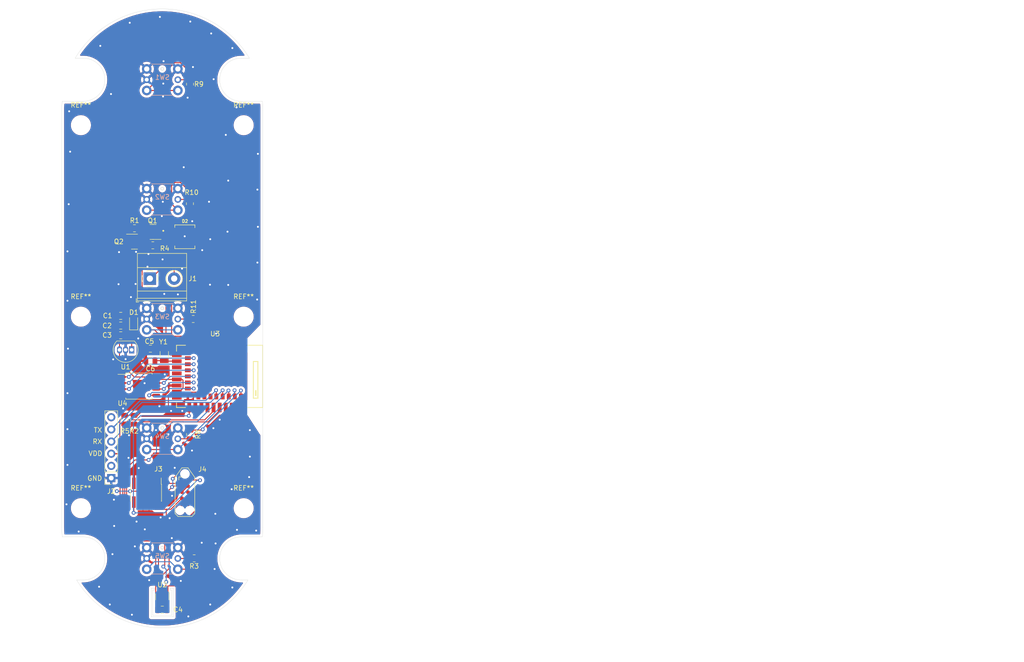
<source format=kicad_pcb>
(kicad_pcb (version 20211014) (generator pcbnew)
  (layers (0 "F.Cu" signal) (31 "B.Cu" signal) (34 "B.Paste" user) (35 "F.Paste" user) (36 "B.SilkS" user "B.Silkscreen") (37 "F.SilkS" user "F.Silkscreen") (38 "B.Mask" user) (39 "F.Mask" user) (44 "Edge.Cuts" user))
  (net 0 "")
  (net 1 "VDD")
  (net 2 "GND")
  (net 3 "Net-(C1-Pad1)")
  (net 4 "/DALI+")
  (net 5 "/D2")
  (net 6 "/D1")
  (net 7 "/DALI_RX")
  (net 8 "Net-(C5-Pad1)")
  (net 9 "Net-(Q1-Pad1)")
  (net 10 "/SCL")
  (net 11 "/SDA")
  (net 12 "/TEMP_ALERT")
  (net 13 "/DALI_TX")
  (net 14 "/SW1")
  (net 15 "/SW2")
  (net 16 "/SW3")
  (net 17 "/SW4")
  (net 18 "/SW5")
  (net 20 "/LED2")
  (net 21 "/LED3")
  (net 22 "/LED5")
  (net 23 "/LED4")
  (net 24 "/LED1")
  (net 25 "Net-(R3-Pad2)")
  (net 26 "Net-(R8-Pad2)")
  (net 27 "Net-(R9-Pad2)")
  (net 28 "Net-(R10-Pad2)")
  (net 29 "Net-(R11-Pad2)")
  (net 30 "Net-(C6-Pad1)")
  (net 32 "/RX")
  (net 33 "/TX")
  (net 35 "/SWDIO")
  (net 36 "/SWDCLK")
  (net 40 "/~{RESET}")
  (net 44 "Net-(Q2-Pad1)")
  (net 45 "/CS")
  (net 46 "/SIO_1")
  (net 47 "/SIO_2")
  (net 48 "/SIO_0")
  (net 49 "/SCLK")
  (net 50 "/SIO_3")
  (footprint "Package_SO:SOP-8_5.28x5.23mm_P1.27mm" (layer "F.Cu") (at 116.1288 98.5012)
    (fp_text reference "U4")
    (fp_text value "MX25R3235FM2xx0")
  )
  (footprint "E73-2G4M08S1C:E73-2G4M08S1C" (layer "F.Cu") (at 131.0447 96.4692 90)
    (fp_text reference "U3")
    (fp_text value "E73-2G4M08S1C")
  )
  (footprint "Capacitor_SMD:C_0805_2012Metric" (layer "F.Cu") (at 112.3188 85.8564 180)
    (fp_text reference "C2")
    (fp_text value "0.1u")
  )
  (footprint "Capacitor_SMD:C_0805_2012Metric" (layer "F.Cu") (at 118.5164 93.218 180)
    (fp_text reference "C6")
    (fp_text value "12pf")
  )
  (footprint "Capacitor_SMD:C_0805_2012Metric" (layer "F.Cu") (at 118.5164 90.678 180)
    (fp_text reference "C5")
    (fp_text value "12pf")
  )
  (footprint "Resistor_SMD:R_0805_2012Metric" (layer "F.Cu") (at 127.4572 84.4804 180)
    (fp_text reference "R11")
    (fp_text value "330")
  )
  (footprint "Connector_PinHeader_1.27mm:PinHeader_2x05_P1.27mm_Vertical_SMD" (layer "F.Cu") (at 117.602 120.777 -90)
    (fp_text reference "J3")
    (fp_text value "Conn_ARM_JTAG_SWD_10")
  )
  (footprint "Resistor_SMD:R_0805_2012Metric" (layer "F.Cu") (at 115.18785 65.532 180)
    (fp_text reference "R1")
    (fp_text value "2.2K")
  )
  (footprint "MountingHole:MountingHole_3.2mm_M3" (layer "F.Cu") (at 104 84)
    (fp_text reference "REF**")
    (fp_text value "MountingHole_3.2mm_M3")
  )
  (footprint "Resistor_SMD:R_0805_2012Metric" (layer "F.Cu") (at 115.1128 105.5116 -90)
    (fp_text reference "R2")
    (fp_text value "10K")
  )
  (footprint "Diode_SMD:D_SOD-323" (layer "F.Cu") (at 115.0112 85.2468 90)
    (fp_text reference "D1")
    (fp_text value "1N4148WS")
  )
  (footprint "Resistor_SMD:R_0805_2012Metric" (layer "F.Cu") (at 127.6585 134.4676 180)
    (fp_text reference "R3")
    (fp_text value "330")
  )
  (footprint "Connector:Tag-Connect_TC2050-IDC-NL_2x05_P1.27mm_Vertical" (layer "F.Cu") (at 125.73 120.65 -90)
    (fp_text reference "J4")
    (fp_text value "Conn_ARM_JTAG_SWD_10")
  )
  (footprint "Resistor_SMD:R_0805_2012Metric" (layer "F.Cu") (at 126.8 108.6 -90)
    (fp_text reference "R8")
    (fp_text value "330")
  )
  (footprint "Resistor_SMD:R_0805_2012Metric" (layer "F.Cu") (at 119.02325 69.0861 180)
    (fp_text reference "R4")
    (fp_text value "120")
  )
  (footprint "TerminalBlock_Phoenix:TerminalBlock_Phoenix_MKDS-1,5-2-5.08_1x02_P5.08mm_Horizontal" (layer "F.Cu") (at 118.4 76.0476)
    (fp_text reference "J1")
    (fp_text value "Screw_Terminal_01x02")
  )
  (footprint "Resistor_SMD:R_0805_2012Metric" (layer "F.Cu") (at 113.1316 105.5116 -90)
    (fp_text reference "R5")
    (fp_text value "10K")
  )
  (footprint "Package_TO_SOT_THT:TO-92_Inline" (layer "F.Cu") (at 114.6048 90.932 180)
    (fp_text reference "U1")
    (fp_text value "LM2936-3.0" hide)
  )
  (footprint "Connector_PinSocket_2.54mm:PinSocket_1x06_P2.54mm_Vertical" (layer "F.Cu") (at 110.3376 117.7036 180)
    (fp_text reference "J2")
    (fp_text value "Conn_01x06_Female")
  )
  (footprint "Sensor_Humidity:Sensirion_DFN-8-1EP_2.5x2.5mm_P0.5mm_EP1.1x1.7mm" (layer "F.Cu") (at 121 142.5 -90)
    (fp_text reference "U2")
    (fp_text value "SHT35-DIS")
  )
  (footprint "Resistor_SMD:R_0805_2012Metric" (layer "F.Cu") (at 126.7714 60.4 90)
    (fp_text reference "R10")
    (fp_text value "330")
  )
  (footprint "Crystal:Crystal_SMD_3215-2Pin_3.2x1.5mm" (layer "F.Cu") (at 121.4164 91.928 90)
    (fp_text reference "Y1")
    (fp_text value "32.768kHz")
  )
  (footprint "Resistor_SMD:R_0805_2012Metric" (layer "F.Cu") (at 126.7968 35.433 90)
    (fp_text reference "R9")
    (fp_text value "330")
  )
  (footprint "MountingHole:MountingHole_3.2mm_M3" (layer "F.Cu") (at 138 84)
    (fp_text reference "REF**")
    (fp_text value "MountingHole_3.2mm_M3")
  )
  (footprint "Package_TO_SOT_SMD:SOT-23" (layer "F.Cu") (at 115.18785 68.326)
    (fp_text reference "Q2")
    (fp_text value "MMBT2222A")
  )
  (footprint "Package_TO_SOT_SMD:SOT-23" (layer "F.Cu") (at 119.07405 66.2921 180)
    (fp_text reference "Q1")
    (fp_text value "MMBT2222A")
  )
  (footprint "Capacitor_SMD:C_0805_2012Metric" (layer "F.Cu") (at 112.3188 83.8244 180)
    (fp_text reference "C1")
    (fp_text value "10u")
  )
  (footprint "Capacitor_SMD:C_0805_2012Metric" (layer "F.Cu") (at 112.3188 87.8884)
    (fp_text reference "C3")
    (fp_text value "10u")
  )
  (footprint "MountingHole:MountingHole_3.2mm_M3" (layer "F.Cu") (at 104 44)
    (fp_text reference "REF**")
    (fp_text value "MountingHole_3.2mm_M3")
  )
  (footprint "imported_modules:SOIC245P670X290-4N" (layer "F.Cu") (at 125.7077 67.31)
    (fp_text reference "D2")
    (fp_text value "D_Bridge_+-AA")
  )
  (footprint "Capacitor_SMD:C_0805_2012Metric" (layer "F.Cu") (at 121 145.2 180)
    (fp_text reference "C4")
    (fp_text value "0.1u")
  )
  (footprint "MountingHole:MountingHole_3.2mm_M3" (layer "F.Cu") (at 104 124)
    (fp_text reference "REF**")
    (fp_text value "MountingHole_3.2mm_M3")
  )
  (footprint "MountingHole:MountingHole_3.2mm_M3" (layer "F.Cu") (at 138 44)
    (fp_text reference "REF**")
    (fp_text value "MountingHole_3.2mm_M3")
  )
  (footprint "MountingHole:MountingHole_3.2mm_M3" (layer "F.Cu") (at 138 124)
    (fp_text reference "REF**")
    (fp_text value "MountingHole_3.2mm_M3")
  )
  (footprint "LocalProject:LED Pushbutton" (layer "B.Cu") (at 121 34.5 180)
    (fp_text reference "SW1")
    (fp_text value "SW_Push_LED")
    (fp_circle (center 0 2.25) (end 0.3 2.25) (layer "Edge.Cuts") (width 0.1) (fill none))
  )
  (footprint "LocalProject:LED Pushbutton" (layer "B.Cu") (at 121 84.5 180)
    (fp_text reference "SW3")
    (fp_text value "SW_Push_LED")
    (fp_circle (center 0 2.25) (end 0.3 2.25) (layer "Edge.Cuts") (width 0.1) (fill none))
  )
  (footprint "LocalProject:LED Pushbutton" (layer "B.Cu") (at 121 134.5 180)
    (fp_text reference "SW5")
    (fp_text value "SW_Push_LED")
    (fp_circle (center 0 2.25) (end 0.3 2.25) (layer "Edge.Cuts") (width 0.1) (fill none))
  )
  (footprint "LocalProject:LED Pushbutton" (layer "B.Cu") (at 121 109.5 180)
    (fp_text reference "SW4")
    (fp_text value "SW_Push_LED")
    (fp_circle (center 0 2.25) (end 0.3 2.25) (layer "Edge.Cuts") (width 0.1) (fill none))
  )
  (footprint "LocalProject:LED Pushbutton" (layer "B.Cu") (at 121 59.5 180)
    (fp_text reference "SW2")
    (fp_text value "SW_Push_LED")
    (fp_circle (center 0 2.25) (end 0.3 2.25) (layer "Edge.Cuts") (width 0.1) (fill none))
  )
  (gr_arc (start 102.8 30) (mid 121 19.702432) (end 139.2 30) (layer "Edge.Cuts") (width 0.05))
  (gr_arc (start 104.5 30) (mid 108.995765 34.5) (end 104.5 39) (layer "Edge.Cuts") (width 0.05))
  (gr_line (start 137.5 39) (end 141.9 39) (layer "Edge.Cuts") (width 0.05))
  (gr_arc (start 104.5 130) (mid 109 134.5) (end 104.5 139) (layer "Edge.Cuts") (width 0.05))
  (gr_arc (start 137.5 39) (mid 132.991985 34.5) (end 137.5 30) (layer "Edge.Cuts") (width 0.05))
  (gr_line (start 119 141.1) (end 119 146.4) (layer "Edge.Cuts") (width 0.05))
  (gr_line (start 137.5 30) (end 139.2 30) (layer "Edge.Cuts") (width 0.05))
  (gr_line (start 100 128) (end 100 41) (layer "Edge.Cuts") (width 0.05))
  (gr_line (start 123 141.1) (end 122.6 141.1) (layer "Edge.Cuts") (width 0.05))
  (gr_line (start 123.3 140.7) (end 123.3 146.7) (layer "Edge.Cuts") (width 0.05))
  (gr_line (start 118.7 146.7) (end 118.7 140.7) (layer "Edge.Cuts") (width 0.05))
  (gr_line (start 119 141.1) (end 119.4 141.1) (layer "Edge.Cuts") (width 0.05))
  (gr_arc (start 137.5 139) (mid 133 134.5) (end 137.5 130) (layer "Edge.Cuts") (width 0.05))
  (gr_line (start 104.5 39) (end 100.1 39) (layer "Edge.Cuts") (width 0.05))
  (gr_arc (start 100 41) (mid 100.01553 39.998276) (end 100.1 39) (layer "Edge.Cuts") (width 0.05))
  (gr_arc (start 142 128) (mid 141.974984 129.001249) (end 141.9 130) (layer "Edge.Cuts") (width 0.05))
  (gr_line (start 142 128) (end 142 41) (layer "Edge.Cuts") (width 0.05))
  (gr_line (start 137.5 130) (end 141.9 130) (layer "Edge.Cuts") (width 0.05))
  (gr_line (start 122.6 140.7) (end 123.3 140.7) (layer "Edge.Cuts") (width 0.05))
  (gr_line (start 123 146.4) (end 123 141.1) (layer "Edge.Cuts") (width 0.05))
  (gr_line (start 103.1 139) (end 104.5 139) (layer "Edge.Cuts") (width 0.05))
  (gr_line (start 119.4 141.1) (end 119.4 140.7) (layer "Edge.Cuts") (width 0.05))
  (gr_line (start 118.7 140.7) (end 119.4 140.7) (layer "Edge.Cuts") (width 0.05))
  (gr_arc (start 141.9 39) (mid 141.97782 39.998609) (end 142 41) (layer "Edge.Cuts") (width 0.05))
  (gr_line (start 122.6 141.1) (end 122.6 140.7) (layer "Edge.Cuts") (width 0.05))
  (gr_line (start 119 146.4) (end 123 146.4) (layer "Edge.Cuts") (width 0.05))
  (gr_arc (start 100.100001 130) (mid 100.027274 129.001136) (end 100 128) (layer "Edge.Cuts") (width 0.05))
  (gr_line (start 100.1 130) (end 104.5 130) (layer "Edge.Cuts") (width 0.05))
  (gr_line (start 137.5 139) (end 138.9 139) (layer "Edge.Cuts") (width 0.05))
  (gr_line (start 123.3 146.7) (end 118.7 146.7) (layer "Edge.Cuts") (width 0.05))
  (gr_arc (start 138.9 139) (mid 121 149.008152) (end 103.1 139) (layer "Edge.Cuts") (width 0.05))
  (gr_line (start 104.5 30) (end 102.8 30) (layer "Edge.Cuts") (width 0.05))
  (gr_text "GND" (at 108.5088 117.7544) (layer "F.SilkS") (effects (font (size 1 1)) (justify right)))
  (gr_text "RX" (at 108.5088 110.0836) (layer "F.SilkS") (effects (font (size 1 1)) (justify right)))
  (gr_text "VDD" (at 108.5596 112.5728) (layer "F.SilkS") (effects (font (size 1 1)) (justify right)))
  (gr_text "TX" (at 108.5088 107.696) (layer "F.SilkS") (effects (font (size 1 1)) (justify right)))
  (segment (start 124.6297 99.6442) (end 125.329211 98.944689) (width 0.2) (layer "F.Cu") (net 1))
  (segment (start 111.506 120.4468) (end 111.52248 120.46328) (width 0.2) (layer "F.Cu") (net 1))
  (segment (start 120.1 144.8) (end 120.1 145.05) (width 0.25) (layer "F.Cu") (net 1))
  (segment (start 115.0112 104.5991) (end 113.1316 104.5991) (width 0.2) (layer "F.Cu") (net 1))
  (segment (start 119.62452 143.04952) (end 120.25 143.675) (width 0.2) (layer "F.Cu") (net 1))
  (segment (start 111.52248 120.46328) (end 112.18288 120.46328) (width 0.2) (layer "F.Cu") (net 1))
  (segment (start 112.13208 112.58928) (end 112.18288 112.64008) (width 0.2) (layer "F.Cu") (net 1))
  (segment (start 113.1316 104.5991) (end 112.13208 105.59862) (width 0.2) (layer "F.Cu") (net 1))
  (segment (start 115.1382 96.5962) (end 119.7288 96.5962) (width 0.2) (layer "F.Cu") (net 1))
  (segment (start 120.943111 103.948489) (end 122.2756 102.616) (width 0.2) (layer "F.Cu") (net 1))
  (segment (start 124.378 118.827) (end 125.095 118.11) (width 0.2) (layer "F.Cu") (net 1))
  (segment (start 120.142 118.827) (end 120.142 119.726022) (width 0.2) (layer "F.Cu") (net 1))
  (segment (start 112.0648 93.5228) (end 115.1382 96.5962) (width 0.2) (layer "F.Cu") (net 1))
  (segment (start 125.1458 97.1042) (end 124.0297 97.1042) (width 0.2) (layer "F.Cu") (net 1))
  (segment (start 112.18288 112.64008) (end 112.18288 120.46328) (width 0.2) (layer "F.Cu") (net 1))
  (segment (start 112.0648 88.5844) (end 112.0648 90.932) (width 0.2) (layer "F.Cu") (net 1))
  (segment (start 120.25 143.575) (end 120.25 144.65) (width 0.25) (layer "F.Cu") (net 1))
  (segment (start 125.329211 98.944689) (end 125.329211 97.287611) (width 0.2) (layer "F.Cu") (net 1))
  (segment (start 120.142 119.726022) (end 119.415237 120.452785) (width 0.2) (layer "F.Cu") (net 1))
  (segment (start 124.0297 97.1042) (end 120.2368 97.1042) (width 0.2) (layer "F.Cu") (net 1))
  (segment (start 112.18288 126.76248) (end 116.27172 130.85132) (width 0.2) (layer "F.Cu") (net 1))
  (segment (start 115.8729 104.5991) (end 115.0112 104.5991) (width 0.2) (layer "F.Cu") (net 1))
  (segment (start 110.3376 112.6236) (end 112.1664 112.6236) (width 0.25) (layer "F.Cu") (net 1))
  (segment (start 112.13208 105.59862) (end 112.13208 112.58928) (width 0.2) (layer "F.Cu") (net 1))
  (segment (start 116.523511 103.948489) (end 115.8729 104.5991) (width 0.2) (layer "F.Cu") (net 1))
  (segment (start 116.27172 130.85132) (end 119.62452 130.85132) (width 0.2) (layer "F.Cu") (net 1))
  (segment (start 111.3688 87.8884) (end 112.0648 88.5844) (width 0.2) (layer "F.Cu") (net 1))
  (segment (start 112.0648 90.932) (end 112.0648 93.5228) (width 0.2) (layer "F.Cu") (net 1))
  (segment (start 119.62452 130.85132) (end 119.62452 143.04952) (width 0.2) (layer "F.Cu") (net 1))
  (segment (start 122.2756 100.7983) (end 123.4297 99.6442) (width 0.2) (layer "F.Cu") (net 1))
  (segment (start 112.1664 112.6236) (end 112.18288 112.64008) (width 0.25) (layer "F.Cu") (net 1))
  (segment (start 120.2368 97.1042) (end 119.7288 96.5962) (width 0.2) (layer "F.Cu") (net 1))
  (segment (start 112.18288 120.46328) (end 112.18288 126.76248) (width 0.2) (layer "F.Cu") (net 1))
  (segment (start 123.4297 99.6442) (end 124.0297 99.6442) (width 0.2) (layer "F.Cu") (net 1))
  (segment (start 120.25 144.65) (end 120.1 144.8) (width 0.25) (layer "F.Cu") (net 1))
  (segment (start 116.523511 103.948489) (end 120.943111 103.948489) (width 0.2) (layer "F.Cu") (net 1))
  (segment (start 122.2756 102.616) (end 122.2756 100.7983) (width 0.2) (layer "F.Cu") (net 1))
  (segment (start 125.329211 97.287611) (end 125.1458 97.1042) (width 0.2) (layer "F.Cu") (net 1))
  (segment (start 120.142 118.827) (end 124.378 118.827) (width 0.2) (layer "F.Cu") (net 1))
  (segment (start 119.415237 120.452785) (end 114.269971 120.452785) (width 0.2) (layer "F.Cu") (net 1))
  (via (at 111.506 120.4468) (size 0.8) (drill 0.4) (layers "F.Cu" "B.Cu") (net 1))
  (via (at 114.269971 120.452785) (size 0.8) (drill 0.4) (layers "F.Cu" "B.Cu") (net 1))
  (segment (start 111.511985 120.452785) (end 111.506 120.4468) (width 0.2) (layer "B.Cu") (net 1))
  (segment (start 114.269971 120.452785) (end 111.511985 120.452785) (width 0.2) (layer "B.Cu") (net 1))
  (segment (start 121.75 143.575) (end 121.75 144.85) (width 0.25) (layer "F.Cu") (net 2))
  (segment (start 121.75 144.85) (end 121.95 145.05) (width 0.25) (layer "F.Cu") (net 2))
  (segment (start 126.839211 99.769689) (end 128.271511 99.769689) (width 0.2) (layer "F.Cu") (net 2))
  (segment (start 122.174511 144.975489) (end 122.174511 140.225489) (width 0.2) (layer "F.Cu") (net 2))
  (segment (start 111.3688 85.9884) (end 113.2688 87.8884) (width 0.2) (layer "F.Cu") (net 2))
  (segment (start 125.095 120.65) (end 126.365 119.38) (width 0.2) (layer "F.Cu") (net 2))
  (segment (start 123.832911 140.225489) (end 124.8664 139.192) (width 0.2) (layer "F.Cu") (net 2))
  (segment (start 126.3297 100.2792) (end 126.839211 99.769689) (width 0.2) (layer "F.Cu") (net 2))
  (segment (start 111.3688 83.8244) (end 111.3688 85.8564) (width 0.2) (layer "F.Cu") (net 2))
  (segment (start 113.2688 87.8884) (end 113.3348 87.9544) (width 0.2) (layer "F.Cu") (net 2))
  (segment (start 124.538225 123.19) (end 122.5296 125.198625) (width 0.2) (layer "F.Cu") (net 2))
  (segment (start 121 142.4) (end 121.25 142.15) (width 0.25) (layer "F.Cu") (net 2))
  (segment (start 113.3348 87.9544) (end 113.3348 90.932) (width 0.2) (layer "F.Cu") (net 2))
  (segment (start 121.95 145.2) (end 122.174511 144.975489) (width 0.2) (layer "F.Cu") (net 2))
  (segment (start 117.5664 93.218) (end 117.5664 90.678) (width 0.2) (layer "F.Cu") (net 2))
  (segment (start 125.095 120.65) (end 123.7996 120.65) (width 0.2) (layer "F.Cu") (net 2))
  (segment (start 121.25 143.675) (end 121.75 143.675) (width 0.25) (layer "F.Cu") (net 2))
  (segment (start 122.5296 125.198625) (end 122.5296 126.0856) (width 0.2) (layer "F.Cu") (net 2))
  (segment (start 121.25 143.575) (end 121.25 142.65) (width 0.25) (layer "F.Cu") (net 2))
  (segment (start 123.7996 120.65) (end 123.0376 121.412) (width 0.2) (layer "F.Cu") (net 2))
  (segment (start 122.174511 140.225489) (end 123.832911 140.225489) (width 0.2) (layer "F.Cu") (net 2))
  (segment (start 111.3688 85.8564) (end 111.3688 85.9884) (width 0.2) (layer "F.Cu") (net 2))
  (segment (start 121.25 142.15) (end 121.25 141.225) (width 0.25) (layer "F.Cu") (net 2))
  (segment (start 128.271511 99.769689) (end 129.6416 98.3996) (width 0.2) (layer "F.Cu") (net 2))
  (segment (start 125.095 123.19) (end 124.538225 123.19) (width 0.2) (layer "F.Cu") (net 2))
  (segment (start 121.25 142.65) (end 121 142.4) (width 0.25) (layer "F.Cu") (net 2))
  (via (at 101.2952 90.678) (size 0.8) (drill 0.4) (layers "F.Cu" "B.Cu") (net 2))
  (via (at 108.0516 27.432) (size 0.8) (drill 0.4) (layers "F.Cu" "B.Cu") (net 2))
  (via (at 124.8664 139.192) (size 0.8) (drill 0.4) (layers "F.Cu" "B.Cu") (net 2))
  (via (at 115.6208 126.7968) (size 0.8) (drill 0.4) (layers "F.Cu" "B.Cu") (net 2))
  (via (at 115.2652 131.9784) (size 0.8) (drill 0.4) (layers "F.Cu" "B.Cu") (net 2))
  (via (at 134.7724 55.5752) (size 0.8) (drill 0.4) (layers "F.Cu" "B.Cu") (net 2))
  (via (at 111.8616 77.216) (size 0.8) (drill 0.4) (layers "F.Cu" "B.Cu") (net 2))
  (via (at 113.9444 113.4872) (size 0.8) (drill 0.4) (layers "F.Cu" "B.Cu") (net 2))
  (via (at 103.5304 128.8796) (size 0.8) (drill 0.4) (layers "F.Cu" "B.Cu") (net 2))
  (via (at 116.078 115.6208) (size 0.8) (drill 0.4) (layers "F.Cu" "B.Cu") (net 2))
  (via (at 134.7724 77.3684) (size 0.8) (drill 0.4) (layers "F.Cu" "B.Cu") (net 2))
  (via (at 127.4064 31.8516) (size 0.8) (drill 0.4) (layers "F.Cu" "B.Cu") (net 2))
  (via (at 110.9472 127.7112) (size 0.8) (drill 0.4) (layers "F.Cu" "B.Cu") (net 2))
  (via (at 101.4476 60.5028) (size 0.8) (drill 0.4) (layers "F.Cu" "B.Cu") (net 2))
  (via (at 121.412 79.248) (size 0.8) (drill 0.4) (layers "F.Cu" "B.Cu") (net 2))
  (via (at 101.1936 114.9604) (size 0.8) (drill 0.4) (layers "F.Cu" "B.Cu") (net 2))
  (via (at 110.2868 37.4904) (size 0.8) (drill 0.4) (layers "F.Cu" "B.Cu") (net 2))
  (via (at 114.6556 146.2532) (size 0.8) (drill 0.4) (layers "F.Cu" "B.Cu") (net 2))
  (via (at 120.396 102.7176) (size 0.8) (drill 0.4) (layers "F.Cu" "B.Cu") (net 2))
  (via (at 121.2088 35.306) (size 0.8) (drill 0.4) (layers "F.Cu" "B.Cu") (net 2))
  (via (at 117.348 128.4224) (size 0.8) (drill 0.4) (layers "F.Cu" "B.Cu") (net 2))
  (via (at 114.046 108.7628) (size 0.8) (drill 0.4) (layers "F.Cu" "B.Cu") (net 2))
  (via (at 101.1936 70.358) (size 0.8) (drill 0.4) (layers "F.Cu" "B.Cu") (net 2))
  (via (at 126.4412 146.6088) (size 0.8) (drill 0.4) (layers "F.Cu" "B.Cu") (net 2))
  (via (at 135.4836 120.0404) (size 0.8) (drill 0.4) (layers "F.Cu" "B.Cu") (net 2))
  (via (at 132.08 125.1712) (size 0.8) (drill 0.4) (layers "F.Cu" "B.Cu") (net 2))
  (via (at 131.9276 136.7028) (size 0.8) (drill 0.4) (layers "F.Cu" "B.Cu") (net 2))
  (via (at 139.2936 107.696) (size 0.8) (drill 0.4) (layers "F.Cu" "B.Cu") (net 2))
  (via (at 120.904 62.992) (size 0.8) (drill 0.4) (layers "F.Cu" "B.Cu") (net 2))
  (via (at 134.2644 46.0248) (size 0.8) (drill 0.4) (layers "F.Cu" "B.Cu") (net 2))
  (via (at 132.9944 105.5116) (size 0.8) (drill 0.4) (layers "F.Cu" "B.Cu") (net 2))
  (via (at 123.0376 121.412) (size 0.8) (drill 0.4) (layers "F.Cu" "B.Cu") (net 2))
  (via (at 101.7524 49.53) (size 0.8) (drill 0.4) (layers "F.Cu" "B.Cu") (net 2))
  (via (at 117.9068 73.5584) (size 0.8) (drill 0.4) (layers "F.Cu" "B.Cu") (net 2))
  (via (at 130.9624 77.3176) (size 0.8) (drill 0.4) (layers "F.Cu" "B.Cu") (net 2))
  (via (at 107.7976 140.4112) (size 0.8) (drill 0.4) (layers "F.Cu" "B.Cu") (net 2))
  (via (at 136.4996 40.2844) (size 0.8) (drill 0.4) (layers "F.Cu" "B.Cu") (net 2))
  (via (at 121.0564 72.0344) (size 0.8) (drill 0.4) (layers "F.Cu" "B.Cu") (net 2))
  (via (at 140.97 65.2272) (size 0.8) (drill 0.4) (layers "F.Cu" "B.Cu") (net 2))
  (via (at 122.9868 130.2512) (size 0.8) (drill 0.4) (layers "F.Cu" "B.Cu") (net 2))
  (via (at 121.5136 96.0628) (size 0.8) (drill 0.4) (layers "F.Cu" "B.Cu") (net 2))
  (via (at 126.2888 38.2524) (size 0.8) (drill 0.4) (layers "F.Cu" "B.Cu") (net 2))
  (via (at 101.1936 80.6704) (size 0.8) (drill 0.4) (layers "F.Cu" "B.Cu") (net 2))
  (via (at 121.2596 30.6324) (size 0.8) (drill 0.4) (layers "F.Cu" "B.Cu") (net 2))
  (via (at 132.1308 131.3688) (size 0.8) (drill 0.4) (layers "F.Cu" "B.Cu") (net 2))
  (via (at 101.1936 99.9744) (size 0.8) (drill 0.4) (layers "F.Cu" "B.Cu") (net 2))
  (via (at 114.1984 22.606) (size 0.8) (drill 0.4) (layers "F.Cu" "B.Cu") (net 2))
  (via (at 120.4976 21.3868) (size 0.8) (drill 0.4) (layers "F.Cu" "B.Cu") (net 2))
  (via (at 101.5492 41.0972) (size 0.8) (drill 0.4) (layers "F.Cu" "B.Cu") (net 2))
  (via (at 125.6792 67.2084) (size 0.8) (drill 0.4) (layers "F.Cu" "B.Cu") (net 2))
  (via (at 123.5964 115.57) (size 0.8) (drill 0.4) (layers "F.Cu" "B.Cu") (net 2))
  (via (at 125.1204 73.9648) (size 0.8) (drill 0.4) (layers "F.Cu" "B.Cu") (net 2))
  (via (at 131.2164 24.8412) (size 0.8) (drill 0.4) (layers "F.Cu" "B.Cu") (net 2))
  (via (at 135.636 140.5636) (size 0.8) (drill 0.4) (layers "F.Cu" "B.Cu") (net 2))
  (via (at 131.0132 144.1196) (size 0.8) (drill 0.4) (layers "F.Cu" "B.Cu") (net 2))
  (via (at 115.9764 88.5444) (size 0.8) (drill 0.4) (layers "F.Cu" "B.Cu") (net 2))
  (via (at 131.7244 34.3916) (size 0.8) (drill 0.4) (layers "F.Cu" "B.Cu") (net 2))
  (via (at 127.254 64.0588) (size 0.8) (drill 0.4) (layers "F.Cu" "B.Cu") (net 2))
  (via (at 101.1936 107.4928) (size 0.8) (drill 0.4) (layers "F.Cu" "B.Cu") (net 2))
  (via (at 129.2352 131.2164) (size 0.8) (drill 0.4) (layers "F.Cu" "B.Cu") (net 2))
  (via (at 126.8476 22.352) (size 0.8) (drill 0.4) (layers "F.Cu" "B.Cu") (net 2))
  (via (at 119.6848 107.696) (size 0.8) (drill 0.4) (layers "F.Cu" "B.Cu") (net 2))
  (via (at 122.2756 108.5596) (size 0.8) (drill 0.4) (layers "F.Cu" "B.Cu") (net 2))
  (via (at 131.6736 107.2896) (size 0.8) (drill 0.4) (layers "F.Cu" "B.Cu") (net 2))
  (via (at 139.2936 113.2332) (size 0.8) (drill 0.4) (layers "F.Cu" "B.Cu") (net 2))
  (via (at 110.744 92.9132) (size 0.8) (drill 0.4) (layers "F.Cu" "B.Cu") (net 2))
  (via (at 132.2324 87.5284) (size 0.8) (drill 0.4) (layers "F.Cu" "B.Cu") (net 2))
  (via (at 118.11 70.9168) (size 0.8) (drill 0.4) (layers "F.Cu" "B.Cu") (net 2))
  (via (at 110.0328 144.1196) (size 0.8) (drill 0.4) (layers "F.Cu" "B.Cu") (net 2))
  (via (at 139.1412 117.5004) (size 0.8) (drill 0.4) (layers "F.Cu" "B.Cu") (net 2))
  (via (at 112.8268 103.1748) (size 0.8) (drill 0.4) (layers "F.Cu" "B.Cu") (net 2))
  (via (at 100.9904 123.19) (size 0.8) (drill 0.4) (layers "F.Cu" "B.Cu") (net 2))
  (via (at 140.8176 80.4164) (size 0.8) (drill 0.4) (layers "F.Cu" "B.Cu") (net 2))
  (via (at 117.2972 97.8916) (size 0.8) (drill 0.4) (layers "F.Cu" "B.Cu") (net 2))
  (via (at 114.4524 79.9084) (size 0.8) (drill 0.4) (layers "F.Cu" "B.Cu") (net 2))
  (via (at 140.8684 72.6948) (size 0.8) (drill 0.4) (layers "F.Cu" "B.Cu") (net 2))
  (via (at 121.1072 59.9948) (size 0.8) (drill 0.4) (layers "F.Cu" "B.Cu") (net 2))
  (via (at 129.3368 70.104) (size 0.8) (drill 0.4) (layers "F.Cu" "B.Cu") (net 2))
  (via (at 134.62 66.2432) (size 0.8) (drill 0.4) (layers "F.Cu" "B.Cu") (net 2))
  (via (at 130.7592 59.9948) (size 0.8) (drill 0.4) (layers "F.Cu" "B.Cu") (net 2))
  (via (at 115.4176 77.1652) (size 0.8) (drill 0.4) (layers "F.Cu" "B.Cu") (net 2))
  (via (at 110.5916 133.604) (size 0.8) (drill 0.4) (layers "F.Cu" "B.Cu") (net 2))
  (via (at 120.65 125.9332) (size 0.8) (drill 0.4) (layers "F.Cu" "B.Cu") (net 2))
  (via (at 110.8964 122.2248) (size 0.8) (drill 0.4) (layers "F.Cu" "B.Cu") (net 2))
  (via (at 122.5296 126.0856) (size 0.8) (drill 0.4) (layers "F.Cu" "B.Cu") (net 2))
  (via (at 111.9632 70.5104) (size 0.8) (drill 0.4) (layers "F.Cu" "B.Cu") (net 2))
  (via (at 140.8684 57.4548) (size 0.8) (drill 0.4) (layers "F.Cu" "B.Cu") (net 2))
  (via (at 125.476 52.7812) (size 0.8) (drill 0.4) (layers "F.Cu" "B.Cu") (net 2))
  (via (at 125.1712 103.6828) (size 0.8) (drill 0.4) (layers "F.Cu" "B.Cu") (net 2))
  (via (at 124.2568 79.3496) (size 0.8) (drill 0.4) (layers "F.Cu" "B.Cu") (net 2))
  (via (at 118.2624 139.0396) (size 0.8) (drill 0.4) (layers "F.Cu" "B.Cu") (net 2))
  (via (at 113.3348 92.8624) (size 0.8) (drill 0.4) (layers "F.Cu" "B.Cu") (net 2))
  (via (at 127.2032 111.9632) (size 0.8) (drill 0.4) (layers "F.Cu" "B.Cu") (net 2))
  (via (at 135.636 27.8892) (size 0.8) (drill 0.4) (layers "F.Cu" "B.Cu") (net 2))
  (via (at 121.158 37.9984) (size 0.8) (drill 0.4) (layers "F.Cu" "B.Cu") (net 2))
  (via (at 115.5192 70.4596) (size 0.8) (drill 0.4) (layers "F.Cu" "B.Cu") (net 2))
  (via (at 140.6144 128.6764) (size 0.8) (drill 0.4) (layers "F.Cu" "B.Cu") (net 2))
  (via (at 122.8344 103.6828) (size 0.8) (drill 0.4) (layers "F.Cu" "B.Cu") (net 2))
  (via (at 131.0132 67.818) (size 0.8) (drill 0.4) (layers "F.Cu" "B.Cu") (net 2))
  (via (at 140.97 49.9872) (size 0.8) (drill 0.4) (layers "F.Cu" "B.Cu") (net 2))
  (via (at 136.6012 128.524) (size 0.8) (drill 0.4) (layers "F.Cu" "B.Cu") (net 2))
  (segment (start 114.6048 86.7032) (end 115.0112 86.2968) (width 0.2) (layer "F.Cu") (net 3))
  (segment (start 113.7092 86.2968) (end 113.2688 85.8564) (width 0.2) (layer "F.Cu") (net 3))
  (segment (start 114.6048 90.932) (end 114.6048 86.7032) (width 0.2) (layer "F.Cu") (net 3))
  (segment (start 113.2688 85.8564) (end 113.2688 83.8244) (width 0.2) (layer "F.Cu") (net 3))
  (segment (start 115.0112 86.2968) (end 113.7092 86.2968) (width 0.2) (layer "F.Cu") (net 3))
  (segment (start 113.21333 82.266792) (end 115.0112 84.064662) (width 0.2) (layer "F.Cu") (net 4))
  (segment (start 113.21333 64.99307) (end 113.21333 82.266792) (width 0.2) (layer "F.Cu") (net 4))
  (segment (start 117.37645 65.532) (end 118.13655 66.2921) (width 0.2) (layer "F.Cu") (net 4))
  (segment (start 116.37693 64.53248) (end 113.67392 64.53248) (width 0.2) (layer "F.Cu") (net 4))
  (segment (start 113.67392 64.53248) (end 113.21333 64.99307) (width 0.2) (layer "F.Cu") (net 4))
  (segment (start 118.13655 66.2921) (end 116.37693 64.53248) (width 0.2) (layer "F.Cu") (net 4))
  (segment (start 115.0112 84.064662) (end 115.0112 84.1968) (width 0.2) (layer "F.Cu") (net 4))
  (segment (start 118.34365 66.085) (end 118.13655 66.2921) (width 0.2) (layer "F.Cu") (net 4))
  (segment (start 116.10035 65.532) (end 117.37645 65.532) (width 0.2) (layer "F.Cu") (net 4))
  (segment (start 122.8077 66.085) (end 118.34365 66.085) (width 0.2) (layer "F.Cu") (net 4))
  (segment (start 118.6451 76.0476) (end 128.6077 66.085) (width 0.2) (layer "F.Cu") (net 5))
  (segment (start 118.4 76.0476) (end 118.6451 76.0476) (width 0.2) (layer "F.Cu") (net 5))
  (segment (start 123.48 73.6627) (end 128.6077 68.535) (width 0.2) (layer "F.Cu") (net 6))
  (segment (start 123.48 76.0476) (end 123.48 73.6627) (width 0.2) (layer "F.Cu") (net 6))
  (segment (start 114.25035 69.276) (end 114.25035 77.77595) (width 0.2) (layer "F.Cu") (net 7))
  (segment (start 114.25035 77.77595) (end 116.9416 80.4672) (width 0.2) (layer "F.Cu") (net 7))
  (segment (start 121.92 88.4936) (end 127.0241 88.4936) (width 0.2) (layer "F.Cu") (net 7))
  (segment (start 121.7676 80.4672) (end 121.7676 88.3412) (width 0.2) (layer "F.Cu") (net 7))
  (segment (start 121.7676 88.3412) (end 121.92 88.4936) (width 0.2) (layer "F.Cu") (net 7))
  (segment (start 127.8997 89.3692) (end 127.8997 89.9692) (width 0.2) (layer "F.Cu") (net 7))
  (segment (start 116.9416 80.4672) (end 121.7676 80.4672) (width 0.2) (layer "F.Cu") (net 7))
  (segment (start 127.0241 88.4936) (end 127.8997 89.3692) (width 0.2) (layer "F.Cu") (net 7))
  (segment (start 119.4664 90.678) (end 121.4164 90.678) (width 0.2) (layer "F.Cu") (net 8))
  (segment (start 122.7626 92.0242) (end 121.4164 90.678) (width 0.2) (layer "F.Cu") (net 8))
  (segment (start 124.0297 92.0242) (end 122.7626 92.0242) (width 0.2) (layer "F.Cu") (net 8))
  (segment (start 120.01155 67.2421) (end 120.01155 69.0103) (width 0.2) (layer "F.Cu") (net 9))
  (segment (start 120.01155 69.0103) (end 119.93575 69.0861) (width 0.2) (layer "F.Cu") (net 9))
  (segment (start 131.7097 102.9692) (end 131.7097 103.698222) (width 0.2) (layer "F.Cu") (net 10))
  (segment (start 112.753703 106.801997) (end 112.753703 126.768297) (width 0.2) (layer "F.Cu") (net 10))
  (segment (start 131.7097 103.698222) (end 129.856952 105.55097) (width 0.2) (layer "F.Cu") (net 10))
  (segment (start 129.856952 105.55097) (end 114.00473 105.55097) (width 0.2) (layer "F.Cu") (net 10))
  (segment (start 113.1316 106.4241) (end 112.753703 106.801997) (width 0.2) (layer "F.Cu") (net 10))
  (segment (start 120.2 139.794994) (end 120.25 139.844994) (width 0.2) (layer "F.Cu") (net 10))
  (segment (start 119.790006 130.4518) (end 120.2 130.861794) (width 0.2) (layer "F.Cu") (net 10))
  (segment (start 120.25 139.844994) (end 120.25 141.325) (width 0.2) (layer "F.Cu") (net 10))
  (segment (start 120.2 130.861794) (end 120.2 139.794994) (width 0.2) (layer "F.Cu") (net 10))
  (segment (start 114.00473 105.55097) (end 113.1316 106.4241) (width 0.2) (layer "F.Cu") (net 10))
  (segment (start 112.753703 126.768297) (end 116.437206 130.4518) (width 0.2) (layer "F.Cu") (net 10))
  (segment (start 116.437206 130.4518) (end 119.790006 130.4518) (width 0.2) (layer "F.Cu") (net 10))
  (segment (start 113.153223 126.602811) (end 113.153223 108.282077) (width 0.2) (layer "F.Cu") (net 11))
  (segment (start 125.356089 105.950489) (end 116.959911 105.950489) (width 0.2) (layer "F.Cu") (net 11))
  (segment (start 125.3744 105.9688) (end 125.356089 105.950489) (width 0.2) (layer "F.Cu") (net 11))
  (segment (start 116.4863 106.4241) (end 116.959911 105.950489) (width 0.2) (layer "F.Cu") (net 11))
  (segment (start 116.602692 130.05228) (end 113.153223 126.602811) (width 0.2) (layer "F.Cu") (net 11))
  (segment (start 121.2088 136.1948) (end 121.513908 135.889692) (width 0.2) (layer "F.Cu") (net 11))
  (segment (start 130.5801 105.9688) (end 132.60005 103.94885) (width 0.2) (layer "F.Cu") (net 11))
  (segment (start 121.75 141.325) (end 121.75 139.4636) (width 0.2) (layer "F.Cu") (net 11))
  (segment (start 115.0112 106.4241) (end 116.4863 106.4241) (width 0.2) (layer "F.Cu") (net 11))
  (segment (start 120.066304 130.05228) (end 116.602692 130.05228) (width 0.2) (layer "F.Cu") (net 11))
  (segment (start 125.3744 105.9688) (end 130.5801 105.9688) (width 0.2) (layer "F.Cu") (net 11))
  (segment (start 121.513908 135.889692) (end 121.513908 131.499885) (width 0.2) (layer "F.Cu") (net 11))
  (segment (start 113.153223 108.282077) (end 115.0112 106.4241) (width 0.2) (layer "F.Cu") (net 11))
  (segment (start 121.513908 131.499885) (end 120.066304 130.05228) (width 0.2) (layer "F.Cu") (net 11))
  (via (at 121.8184 139.3952) (size 0.8) (drill 0.4) (layers "F.Cu" "B.Cu") (net 11))
  (via (at 121.2088 136.1948) (size 0.8) (drill 0.4) (layers "F.Cu" "B.Cu") (net 11))
  (segment (start 121.8184 136.8044) (end 121.8184 139.3952) (width 0.2) (layer "B.Cu") (net 11))
  (segment (start 121.2088 136.1948) (end 121.8184 136.8044) (width 0.2) (layer "B.Cu") (net 11))
  (segment (start 113.552743 126.437325) (end 116.768178 129.65276) (width 0.2) (layer "F.Cu") (net 12))
  (segment (start 120.75 138.276) (end 120.75 139.673) (width 0.2) (layer "F.Cu") (net 12))
  (segment (start 118.1354 113.919) (end 115.2906 113.919) (width 0.2) (layer "F.Cu") (net 12))
  (segment (start 113.552743 115.656857) (end 113.552743 126.437325) (width 0.2) (layer "F.Cu") (net 12))
  (segment (start 120.75 141.325) (end 120.75 139.15) (width 0.2) (layer "F.Cu") (net 12))
  (segment (start 122.428 131.84897) (end 122.428 136.598) (width 0.2) (layer "F.Cu") (net 12))
  (segment (start 120.231791 129.652761) (end 122.428 131.84897) (width 0.2) (layer "F.Cu") (net 12))
  (segment (start 122.428 136.598) (end 120.75 138.276) (width 0.2) (layer "F.Cu") (net 12))
  (segment (start 115.2906 113.919) (end 113.552743 115.656857) (width 0.2) (layer "F.Cu") (net 12))
  (segment (start 134.8847 99.4771) (end 134.8232 99.4156) (width 0.2) (layer "F.Cu") (net 12))
  (segment (start 134.8847 100.6692) (end 134.8847 99.4771) (width 0.2) (layer "F.Cu") (net 12))
  (segment (start 116.768178 129.65276) (end 120.231791 129.652761) (width 0.2) (layer "F.Cu") (net 12))
  (via (at 134.8232 99.4156) (size 0.8) (drill 0.4) (layers "F.Cu" "B.Cu") (net 12))
  (via (at 118.1354 113.919) (size 0.8) (drill 0.4) (layers "F.Cu" "B.Cu") (net 12))
  (segment (start 119.7864 112.268) (end 119.7864 109.3724) (width 0.2) (layer "B.Cu") (net 12))
  (segment (start 128.288311 105.950489) (end 134.8232 99.4156) (width 0.2) (layer "B.Cu") (net 12))
  (segment (start 119.7864 109.3724) (end 123.208311 105.950489) (width 0.2) (layer "B.Cu") (net 12))
  (segment (start 118.1354 113.919) (end 119.7864 112.268) (width 0.2) (layer "B.Cu") (net 12))
  (segment (start 123.208311 105.950489) (end 128.288311 105.950489) (width 0.2) (layer "B.Cu") (net 12))
  (segment (start 123.3932 88.0872) (end 122.950489 87.644489) (width 0.2) (layer "F.Cu") (net 13))
  (segment (start 116.800489 77.799849) (end 116.800489 70.396361) (width 0.2) (layer "F.Cu") (net 13))
  (segment (start 129.1697 89.3692) (end 127.8877 88.0872) (width 0.2) (layer "F.Cu") (net 13))
  (segment (start 127.8877 88.0872) (end 123.3932 88.0872) (width 0.2) (layer "F.Cu") (net 13))
  (segment (start 122.38408 78.13728) (end 122.950489 78.703689) (width 0.2) (layer "F.Cu") (net 13))
  (segment (start 122.950489 87.644489) (end 122.950489 78.703689) (width 0.2) (layer "F.Cu") (net 13))
  (segment (start 117.13792 78.13728) (end 116.800489 77.799849) (width 0.2) (layer "F.Cu") (net 13))
  (segment (start 117.13792 78.13728) (end 122.38408 78.13728) (width 0.2) (layer "F.Cu") (net 13))
  (segment (start 116.800489 70.396361) (end 118.11075 69.0861) (width 0.2) (layer "F.Cu") (net 13))
  (segment (start 129.1697 89.9692) (end 129.1697 89.3692) (width 0.2) (layer "F.Cu") (net 13))
  (segment (start 124.788276 30.950489) (end 123.549511 30.950489) (width 0.2) (layer "F.Cu") (net 14))
  (segment (start 133.541171 84.823971) (end 133.541171 56.146029) (width 0.2) (layer "F.Cu") (net 14))
  (segment (start 123.549511 30.950489) (end 117.75 36.75) (width 0.2) (layer "F.Cu") (net 14))
  (segment (start 138.0597 89.9692) (end 138.0597 89.3425) (width 0.2) (layer "F.Cu") (net 14))
  (segment (start 128.620169 51.225028) (end 128.620169 34.854231) (width 0.2) (layer "F.Cu") (net 14))
  (segment (start 128.620169 34.854231) (end 126.080169 32.314231) (width 0.2) (layer "F.Cu") (net 14))
  (segment (start 117.75 36.75) (end 124.25 36.75) (width 0.2) (layer "F.Cu") (net 14))
  (segment (start 126.080169 32.242382) (end 124.788276 30.950489) (width 0.2) (layer "F.Cu") (net 14))
  (segment (start 126.080169 32.314231) (end 126.015938 32.25) (width 0.2) (layer "F.Cu") (net 14))
  (segment (start 133.541171 56.146029) (end 128.620169 51.225028) (width 0.2) (layer "F.Cu") (net 14))
  (segment (start 126.080169 32.314231) (end 126.080169 32.242382) (width 0.2) (layer "F.Cu") (net 14))
  (segment (start 138.0597 89.3425) (end 133.541171 84.823971) (width 0.2) (layer "F.Cu") (net 14))
  (segment (start 122.950489 60.450489) (end 122.950489 56.627511) (width 0.2) (layer "F.Cu") (net 15))
  (segment (start 126.023538 57.185751) (end 126.023538 57.25) (width 0.2) (layer "F.Cu") (net 15))
  (segment (start 124.25 61.75) (end 122.950489 60.450489) (width 0.2) (layer "F.Cu") (net 15))
  (segment (start 123.627511 55.950489) (end 124.788276 55.950489) (width 0.2) (layer "F.Cu") (net 15))
  (segment (start 124.25 61.75) (end 117.75 61.75) (width 0.2) (layer "F.Cu") (net 15))
  (segment (start 132.67157 85.552364) (end 135.5197 88.400494) (width 0.2) (layer "F.Cu") (net 15))
  (segment (start 135.5197 88.400494) (end 135.5197 89.9692) (width 0.2) (layer "F.Cu") (net 15))
  (segment (start 126.023538 57.25) (end 132.67157 63.898032) (width 0.2) (layer "F.Cu") (net 15))
  (segment (start 132.67157 63.898032) (end 132.67157 85.552364) (width 0.2) (layer "F.Cu") (net 15))
  (segment (start 122.950489 56.627511) (end 123.627511 55.950489) (width 0.2) (layer "F.Cu") (net 15))
  (segment (start 124.788276 55.950489) (end 126.023538 57.185751) (width 0.2) (layer "F.Cu") (net 15))
  (segment (start 131.7097 89.9692) (end 131.7097 90.5692) (width 0.2) (layer "F.Cu") (net 16))
  (segment (start 123.9012 91.2876) (end 119.3636 86.75) (width 0.2) (layer "F.Cu") (net 16))
  (segment (start 130.9913 91.2876) (end 123.9012 91.2876) (width 0.2) (layer "F.Cu") (net 16))
  (segment (start 131.7097 90.5692) (end 130.9913 91.2876) (width 0.2) (layer "F.Cu") (net 16))
  (segment (start 119.3636 86.75) (end 117.75 86.75) (width 0.2) (layer "F.Cu") (net 16))
  (segment (start 117.75 86.75) (end 124.25 86.75) (width 0.2) (layer "B.Cu") (net 16))
  (segment (start 136.1547 100.6692) (end 136.1547 99.4263) (width 0.2) (layer "F.Cu") (net 17))
  (segment (start 136.1547 99.4263) (end 136.0932 99.3648) (width 0.2) (layer "F.Cu") (net 17))
  (segment (start 117.75 111.75) (end 124.25 111.75) (width 0.2) (layer "F.Cu") (net 17))
  (via (at 136.0932 99.3648) (size 0.8) (drill 0.4) (layers "F.Cu" "B.Cu") (net 17))
  (segment (start 136.0932 99.3648) (end 136.0932 99.9068) (width 0.2) (layer "B.Cu") (net 17))
  (segment (start 136.0932 99.9068) (end 124.25 111.75) (width 0.2) (layer "B.Cu") (net 17))
  (segment (start 127.55802 135.145218) (end 127.55802 125.407744) (width 0.2) (layer "F.Cu") (net 18))
  (segment (start 125.953238 136.75) (end 127.55802 135.145218) (width 0.2) (layer "F.Cu") (net 18))
  (segment (start 127.55802 125.407744) (end 136.7897 116.176064) (width 0.2) (layer "F.Cu") (net 18))
  (segment (start 136.7897 116.176064) (end 136.7897 102.9692) (width 0.2) (layer "F.Cu") (net 18))
  (segment (start 124.25 136.75) (end 125.953238 136.75) (width 0.2) (layer "F.Cu") (net 18))
  (segment (start 119.3212 135.1788) (end 122.6788 135.1788) (width 0.2) (layer "B.Cu") (net 18))
  (segment (start 117.75 136.75) (end 119.3212 135.1788) (width 0.2) (layer "B.Cu") (net 18))
  (segment (start 122.6788 135.1788) (end 124.25 136.75) (width 0.2) (layer "B.Cu") (net 18))
  (segment (start 134.2497 87.6955) (end 134.2497 89.9692) (width 0.2) (layer "F.Cu") (net 20))
  (segment (start 132.27205 66.81315) (end 132.27205 85.71785) (width 0.2) (layer "F.Cu") (net 20))
  (segment (start 126.7714 61.3125) (end 132.27205 66.81315) (width 0.2) (layer "F.Cu") (net 20))
  (segment (start 132.27205 85.71785) (end 134.2497 87.6955) (width 0.2) (layer "F.Cu") (net 20))
  (segment (start 128.3697 84.4804) (end 130.4397 86.5504) (width 0.2) (layer "F.Cu") (net 21))
  (segment (start 130.4397 86.5504) (end 130.4397 89.9692) (width 0.2) (layer "F.Cu") (net 21))
  (segment (start 128.571 134.4676) (end 127.95754 133.85414) (width 0.2) (layer "F.Cu") (net 22))
  (segment (start 127.95754 133.85414) (end 127.95754 125.78846) (width 0.2) (layer "F.Cu") (net 22))
  (segment (start 127.95754 125.78846) (end 138.0597 115.6863) (width 0.2) (layer "F.Cu") (net 22))
  (segment (start 138.0597 115.6863) (end 138.0597 102.9692) (width 0.2) (layer "F.Cu") (net 22))
  (segment (start 137.4247 99.4263) (end 137.414 99.4156) (width 0.2) (layer "F.Cu") (net 23))
  (segment (start 129.301744 107.6875) (end 129.442022 107.547222) (width 0.2) (layer "F.Cu") (net 23))
  (segment (start 137.4247 100.6692) (end 137.4247 99.4263) (width 0.2) (layer "F.Cu") (net 23))
  (segment (start 126.8 107.6875) (end 129.301744 107.6875) (width 0.2) (layer "F.Cu") (net 23))
  (via (at 137.414 99.4156) (size 0.8) (drill 0.4) (layers "F.Cu" "B.Cu") (net 23))
  (via (at 129.442022 107.547222) (size 0.8) (drill 0.4) (layers "F.Cu" "B.Cu") (net 23))
  (segment (start 129.442022 107.387578) (end 129.442022 107.547222) (width 0.2) (layer "B.Cu") (net 23))
  (segment (start 137.414 99.4156) (end 129.442022 107.387578) (width 0.2) (layer "B.Cu") (net 23))
  (segment (start 126.9492 53.4924) (end 133.07109 59.61429) (width 0.2) (layer "F.Cu") (net 24))
  (segment (start 126.988311 47.966889) (end 126.9492 48.006) (width 0.2) (layer "F.Cu") (net 24))
  (segment (start 133.07109 85.386878) (end 136.7897 89.105488) (width 0.2) (layer "F.Cu") (net 24))
  (segment (start 126.988311 36.537011) (end 126.988311 47.966889) (width 0.2) (layer "F.Cu") (net 24))
  (segment (start 133.07109 59.61429) (end 133.07109 85.386878) (width 0.2) (layer "F.Cu") (net 24))
  (segment (start 126.9492 48.006) (end 126.9492 53.4924) (width 0.2) (layer "F.Cu") (net 24))
  (segment (start 126.7968 36.3455) (end 126.988311 36.537011) (width 0.2) (layer "F.Cu") (net 24))
  (segment (start 136.7897 89.105488) (end 136.7897 89.9692) (width 0.2) (layer "F.Cu") (net 24))
  (segment (start 126.7875 134.5) (end 124.25 134.5) (width 0.2) (layer "F.Cu") (net 25))
  (segment (start 124.25 109.5) (end 126.7875 109.5) (width 0.2) (layer "F.Cu") (net 26))
  (segment (start 126.7875 109.5) (end 126.8 109.5125) (width 0.2) (layer "F.Cu") (net 26))
  (segment (start 124.25 34.5) (end 126.7763 34.5) (width 0.2) (layer "F.Cu") (net 27))
  (segment (start 126.7763 34.5) (end 126.7968 34.5205) (width 0.2) (layer "F.Cu") (net 27))
  (segment (start 126.7589 59.5) (end 126.7714 59.4875) (width 0.2) (layer "F.Cu") (net 28))
  (segment (start 124.25 59.5) (end 126.7589 59.5) (width 0.2) (layer "F.Cu") (net 28))
  (segment (start 126.5251 84.5) (end 126.5447 84.4804) (width 0.2) (layer "F.Cu") (net 29))
  (segment (start 124.25 84.5) (end 126.5251 84.5) (width 0.2) (layer "F.Cu") (net 29))
  (segment (start 121.5326 93.2942) (end 121.4164 93.178) (width 0.2) (layer "F.Cu") (net 30))
  (segment (start 124.0297 93.2942) (end 121.5326 93.2942) (width 0.2) (layer "F.Cu") (net 30))
  (segment (start 121.4164 93.178) (end 119.5064 93.178) (width 0.2) (layer "F.Cu") (net 30))
  (segment (start 119.5064 93.178) (end 119.4664 93.218) (width 0.2) (layer "F.Cu") (net 30))
  (segment (start 133.6147 99.3755) (end 133.604 99.3648) (width 0.2) (layer "F.Cu") (net 32))
  (segment (start 133.6147 100.6692) (end 133.6147 99.3755) (width 0.2) (layer "F.Cu") (net 32))
  (via (at 133.604 99.3648) (size 0.8) (drill 0.4) (layers "F.Cu" "B.Cu") (net 32))
  (segment (start 133.604 99.3648) (end 131.064161 101.904639) (width 0.2) (layer "B.Cu") (net 32))
  (segment (start 131.064161 101.904639) (end 116.73856 101.90464) (width 0.2) (layer "B.Cu") (net 32))
  (segment (start 112.0648 108.3564) (end 110.3376 110.0836) (width 0.2) (layer "B.Cu") (net 32))
  (segment (start 116.73856 101.90464) (end 112.0648 106.5784) (width 0.2) (layer "B.Cu") (net 32))
  (segment (start 112.0648 106.5784) (end 112.0648 108.3564) (width 0.2) (layer "B.Cu") (net 32))
  (segment (start 132.2847 99.4171) (end 132.2324 99.3648) (width 0.2) (layer "F.Cu") (net 33))
  (segment (start 132.2847 100.6692) (end 132.2847 99.4171) (width 0.2) (layer "F.Cu") (net 33))
  (via (at 132.2324 99.3648) (size 0.8) (drill 0.4) (layers "F.Cu" "B.Cu") (net 33))
  (segment (start 130.09208 101.50512) (end 116.37608 101.50512) (width 0.2) (layer "B.Cu") (net 33))
  (segment (start 132.2324 99.3648) (end 130.09208 101.50512) (width 0.2) (layer "B.Cu") (net 33))
  (segment (start 116.37608 101.50512) (end 110.3376 107.5436) (width 0.25) (layer "B.Cu") (net 33))
  (segment (start 123.2408 119.38) (end 125.095 119.38) (width 0.2) (layer "F.Cu") (net 35))
  (segment (start 123.0376 119.5832) (end 123.2408 119.38) (width 0.2) (layer "F.Cu") (net 35))
  (segment (start 134.2497 102.9692) (end 134.2497 106.7963) (width 0.2) (layer "F.Cu") (net 35))
  (segment (start 120.142 122.727) (end 120.142 122.4788) (width 0.2) (layer "F.Cu") (net 35))
  (segment (start 120.142 122.4788) (end 123.0376 119.5832) (width 0.2) (layer "F.Cu") (net 35))
  (segment (start 134.2497 106.7963) (end 123.19 117.856) (width 0.2) (layer "F.Cu") (net 35))
  (via (at 123.19 117.856) (size 0.8) (drill 0.4) (layers "F.Cu" "B.Cu") (net 35))
  (via (at 123.0376 119.5832) (size 0.8) (drill 0.4) (layers "F.Cu" "B.Cu") (net 35))
  (segment (start 123.19 119.4308) (end 123.0376 119.5832) (width 0.2) (layer "B.Cu") (net 35))
  (segment (start 123.19 117.856) (end 123.19 119.4308) (width 0.2) (layer "B.Cu") (net 35))
  (segment (start 135.5197 116.881058) (end 127.095937 125.304821) (width 0.2) (layer "F.Cu") (net 36))
  (segment (start 127.095937 125.304821) (end 124.791158 127.6096) (width 0.2) (layer "F.Cu") (net 36))
  (segment (start 121.830089 124.336933) (end 121.940511 124.226511) (width 0.2) (layer "F.Cu") (net 36))
  (segment (start 121.830089 126.757689) (end 121.830089 124.336933) (width 0.2) (layer "F.Cu") (net 36))
  (segment (start 119.541511 124.226511) (end 121.940511 124.226511) (width 0.2) (layer "F.Cu") (net 36))
  (segment (start 135.5197 102.9692) (end 135.5197 116.881058) (width 0.2) (layer "F.Cu") (net 36))
  (segment (start 122.788489 124.226511) (end 125.095 121.92) (width 0.2) (layer "F.Cu") (net 36))
  (segment (start 122.682 127.6096) (end 121.830089 126.757689) (width 0.2) (layer "F.Cu") (net 36))
  (segment (start 121.940511 124.226511) (end 122.788489 124.226511) (width 0.2) (layer "F.Cu") (net 36))
  (segment (start 124.791158 127.6096) (end 122.682 127.6096) (width 0.2) (layer "F.Cu") (net 36))
  (segment (start 118.872 122.727) (end 118.872 123.557) (width 0.2) (layer "F.Cu") (net 36))
  (segment (start 118.872 123.557) (end 119.541511 124.226511) (width 0.2) (layer "F.Cu") (net 36))
  (segment (start 115.0112 124.968) (end 115.062 124.9172) (width 0.2) (layer "F.Cu") (net 40))
  (segment (start 126.365 118.11) (end 128.8288 118.11) (width 0.2) (layer "F.Cu") (net 40))
  (segment (start 126.6297 104.6119) (end 126.5428 104.6988) (width 0.2) (layer "F.Cu") (net 40))
  (segment (start 115.062 124.9172) (end 115.062 122.727) (width 0.2) (layer "F.Cu") (net 40))
  (segment (start 126.6297 102.9692) (end 126.6297 104.6119) (width 0.2) (layer "F.Cu") (net 40))
  (segment (start 128.8288 118.11) (end 128.8796 118.1608) (width 0.2) (layer "F.Cu") (net 40))
  (via (at 126.5428 104.6988) (size 0.8) (drill 0.4) (layers "F.Cu" "B.Cu") (net 40))
  (via (at 128.8796 118.1608) (size 0.8) (drill 0.4) (layers "F.Cu" "B.Cu") (net 40))
  (via (at 115.0112 124.968) (size 0.8) (drill 0.4) (layers "F.Cu" "B.Cu") (net 40))
  (segment (start 128.8796 118.1608) (end 128.289194 118.1608) (width 0.2) (layer "B.Cu") (net 40))
  (segment (start 114.969482 106.162918) (end 114.969482 124.926282) (width 0.2) (layer "B.Cu") (net 40))
  (segment (start 114.969482 124.926282) (end 115.0112 124.968) (width 0.2) (layer "B.Cu") (net 40))
  (segment (start 128.289194 118.1608) (end 121.481994 124.968) (width 0.2) (layer "B.Cu") (net 40))
  (segment (start 126.5428 104.6988) (end 116.4336 104.6988) (width 0.2) (layer "B.Cu") (net 40))
  (segment (start 116.4336 104.6988) (end 114.969482 106.162918) (width 0.2) (layer "B.Cu") (net 40))
  (segment (start 121.481994 124.968) (end 115.0112 124.968) (width 0.2) (layer "B.Cu") (net 40))
  (segment (start 114.25035 65.557) (end 114.27535 65.532) (width 0.2) (layer "F.Cu") (net 44))
  (segment (start 114.25035 67.376) (end 114.25035 65.557) (width 0.2) (layer "F.Cu") (net 44))
  (segment (start 112.5542 96.5708) (end 112.5288 96.5962) (width 0.2) (layer "F.Cu") (net 45))
  (segment (start 113.9952 96.5708) (end 112.5542 96.5708) (width 0.2) (layer "F.Cu") (net 45))
  (segment (start 126.3297 92.6592) (end 127.5588 92.6592) (width 0.2) (layer "F.Cu") (net 45))
  (via (at 113.9952 96.5708) (size 0.8) (drill 0.4) (layers "F.Cu" "B.Cu") (net 45))
  (via (at 127.5588 92.6592) (size 0.8) (drill 0.4) (layers "F.Cu" "B.Cu") (net 45))
  (segment (start 127.5588 92.6592) (end 117.9068 92.6592) (width 0.2) (layer "B.Cu") (net 45))
  (segment (start 117.9068 92.6592) (end 113.9952 96.5708) (width 0.2) (layer "B.Cu") (net 45))
  (segment (start 126.3297 93.9292) (end 127.5588 93.9292) (width 0.2) (layer "F.Cu") (net 46))
  (segment (start 112.5542 97.8408) (end 112.5288 97.8662) (width 0.2) (layer "F.Cu") (net 46))
  (segment (start 113.9952 97.8408) (end 112.5542 97.8408) (width 0.2) (layer "F.Cu") (net 46))
  (via (at 127.5588 93.9292) (size 0.8) (drill 0.4) (layers "F.Cu" "B.Cu") (net 46))
  (via (at 113.9952 97.8408) (size 0.8) (drill 0.4) (layers "F.Cu" "B.Cu") (net 46))
  (segment (start 127.5588 93.9292) (end 117.9068 93.9292) (width 0.2) (layer "B.Cu") (net 46))
  (segment (start 117.9068 93.9292) (end 113.9952 97.8408) (width 0.2) (layer "B.Cu") (net 46))
  (segment (start 114.046 99.1108) (end 112.5542 99.1108) (width 0.2) (layer "F.Cu") (net 47))
  (segment (start 126.3297 95.1992) (end 127.5588 95.1992) (width 0.2) (layer "F.Cu") (net 47))
  (segment (start 112.5542 99.1108) (end 112.5288 99.1362) (width 0.2) (layer "F.Cu") (net 47))
  (via (at 114.046 99.1108) (size 0.8) (drill 0.4) (layers "F.Cu" "B.Cu") (net 47))
  (via (at 127.5588 95.1992) (size 0.8) (drill 0.4) (layers "F.Cu" "B.Cu") (net 47))
  (segment (start 117.9576 95.1992) (end 114.046 99.1108) (width 0.2) (layer "B.Cu") (net 47))
  (segment (start 127.5588 95.1992) (end 117.9576 95.1992) (width 0.2) (layer "B.Cu") (net 47))
  (segment (start 119.7288 100.4062) (end 118.2878 100.4062) (width 0.2) (layer "F.Cu") (net 48))
  (segment (start 118.2878 100.4062) (end 118.2624 100.4316) (width 0.2) (layer "F.Cu") (net 48))
  (segment (start 126.3297 99.0092) (end 127.5588 99.0092) (width 0.2) (layer "F.Cu") (net 48))
  (via (at 127.5588 99.0092) (size 0.8) (drill 0.4) (layers "F.Cu" "B.Cu") (net 48))
  (via (at 118.2624 100.4316) (size 0.8) (drill 0.4) (layers "F.Cu" "B.Cu") (net 48))
  (segment (start 121.779289 99.810311) (end 122.4788 99.1108) (width 0.2) (layer "B.Cu") (net 48))
  (segment (start 118.2624 100.4316) (end 118.883689 99.810311) (width 0.2) (layer "B.Cu") (net 48))
  (segment (start 122.5804 99.0092) (end 122.4788 99.1108) (width 0.2) (layer "B.Cu") (net 48))
  (segment (start 118.883689 99.810311) (end 121.779289 99.810311) (width 0.2) (layer "B.Cu") (net 48))
  (segment (start 127.5588 99.0092) (end 122.5804 99.0092) (width 0.2) (layer "B.Cu") (net 48))
  (segment (start 126.3297 97.7392) (end 127.5588 97.7392) (width 0.2) (layer "F.Cu") (net 49))
  (segment (start 121.3104 99.1108) (end 119.7542 99.1108) (width 0.2) (layer "F.Cu") (net 49))
  (segment (start 119.7542 99.1108) (end 119.7288 99.1362) (width 0.2) (layer "F.Cu") (net 49))
  (via (at 127.5588 97.7392) (size 0.8) (drill 0.4) (layers "F.Cu" "B.Cu") (net 49))
  (via (at 121.3104 99.1108) (size 0.8) (drill 0.4) (layers "F.Cu" "B.Cu") (net 49))
  (segment (start 122.682 97.7392) (end 121.3104 99.1108) (width 0.2) (layer "B.Cu") (net 49))
  (segment (start 127.5588 97.7392) (end 122.682 97.7392) (width 0.2) (layer "B.Cu") (net 49))
  (segment (start 119.7542 97.8408) (end 119.7288 97.8662) (width 0.2) (layer "F.Cu") (net 50))
  (segment (start 126.3297 96.4692) (end 127.5588 96.4692) (width 0.2) (layer "F.Cu") (net 50))
  (segment (start 121.3104 97.8408) (end 119.7542 97.8408) (width 0.2) (layer "F.Cu") (net 50))
  (via (at 121.3104 97.8408) (size 0.8) (drill 0.4) (layers "F.Cu" "B.Cu") (net 50))
  (via (at 127.5588 96.4692) (size 0.8) (drill 0.4) (layers "F.Cu" "B.Cu") (net 50))
  (segment (start 122.682 96.4692) (end 121.3104 97.8408) (width 0.2) (layer "B.Cu") (net 50))
  (segment (start 127.5588 96.4692) (end 122.682 96.4692) (width 0.2) (layer "B.Cu") (net 50))
  (zone (net 0) (net_name "") (layers F&B.Cu) (name "Antenna") (connect_pads (clearance 0)) (min_thickness 0.254)
    (keepout (tracks not_allowed) (vias not_allowed) (pads not_allowed) (copperpour not_allowed) (footprints allowed))
    (fill (thermal_gap 0.508) (thermal_bridge_width 0.508))
    (polygon (pts (xy 144.653 113.665) (xy 138.7348 104.4956) (xy 138.7856 88.4428) (xy 145.034 82.042)))
  )
  (zone (net 2) (net_name "GND") (layers F&B.Cu) (connect_pads (clearance 0.508)) (min_thickness 0.254) (fill yes (thermal_gap 0.508) (thermal_bridge_width 0.508))
    (polygon (pts (xy 142.619942 149.594793) (xy 98.019942 149.694793) (xy 98 18.2) (xy 143.6 18.2)))
  )
)
</source>
